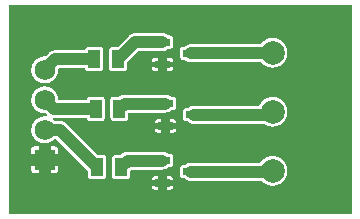
<source format=gtl>
G04 Layer: TopLayer*
G04 EasyEDA v6.4.7, 2020-10-21T08:40:06+11:00*
G04 167876914e964c2ea181e253bf9821b7,8b00c40d607e4de580d566db1ee26a9b,10*
G04 Gerber Generator version 0.2*
G04 Scale: 100 percent, Rotated: No, Reflected: No *
G04 Dimensions in millimeters *
G04 leading zeros omitted , absolute positions ,3 integer and 3 decimal *
%FSLAX33Y33*%
%MOMM*%
G90*
D02*

%ADD10C,0.999998*%
%ADD11R,0.999998X1.550010*%
%ADD13C,1.750060*%
%ADD14R,1.750060X1.750060*%
%ADD15C,1.999996*%

%LPD*%
G36*
G01X29997Y18669D02*
G01X1117Y18669D01*
G01X1103Y18667D01*
G01X1089Y18664D01*
G01X1075Y18659D01*
G01X1062Y18652D01*
G01X1051Y18644D01*
G01X1040Y18633D01*
G01X1032Y18622D01*
G01X1025Y18609D01*
G01X1020Y18595D01*
G01X1017Y18581D01*
G01X1016Y18567D01*
G01X1016Y1117D01*
G01X1017Y1103D01*
G01X1020Y1089D01*
G01X1025Y1075D01*
G01X1032Y1062D01*
G01X1040Y1051D01*
G01X1051Y1040D01*
G01X1062Y1032D01*
G01X1075Y1025D01*
G01X1089Y1020D01*
G01X1103Y1017D01*
G01X1117Y1016D01*
G01X29997Y1016D01*
G01X30011Y1017D01*
G01X30025Y1020D01*
G01X30039Y1025D01*
G01X30052Y1032D01*
G01X30063Y1040D01*
G01X30074Y1051D01*
G01X30082Y1062D01*
G01X30089Y1075D01*
G01X30094Y1089D01*
G01X30097Y1103D01*
G01X30099Y1117D01*
G01X30099Y18567D01*
G01X30097Y18581D01*
G01X30094Y18595D01*
G01X30089Y18609D01*
G01X30082Y18622D01*
G01X30074Y18633D01*
G01X30063Y18644D01*
G01X30052Y18652D01*
G01X30039Y18659D01*
G01X30025Y18664D01*
G01X30011Y18667D01*
G01X29997Y18669D01*
G37*

%LPC*%
G36*
G01X13652Y3408D02*
G01X13134Y3408D01*
G01X13134Y3321D01*
G01X13135Y3298D01*
G01X13138Y3275D01*
G01X13143Y3251D01*
G01X13151Y3229D01*
G01X13161Y3207D01*
G01X13172Y3187D01*
G01X13186Y3167D01*
G01X13201Y3149D01*
G01X13218Y3132D01*
G01X13235Y3117D01*
G01X13255Y3103D01*
G01X13276Y3092D01*
G01X13297Y3082D01*
G01X13320Y3075D01*
G01X13343Y3069D01*
G01X13367Y3066D01*
G01X13390Y3065D01*
G01X13652Y3065D01*
G01X13652Y3408D01*
G37*
G36*
G01X14947Y3408D02*
G01X14429Y3408D01*
G01X14429Y3065D01*
G01X14690Y3065D01*
G01X14714Y3066D01*
G01X14738Y3069D01*
G01X14760Y3075D01*
G01X14783Y3082D01*
G01X14805Y3092D01*
G01X14825Y3103D01*
G01X14845Y3117D01*
G01X14863Y3132D01*
G01X14880Y3149D01*
G01X14895Y3167D01*
G01X14908Y3187D01*
G01X14920Y3207D01*
G01X14930Y3229D01*
G01X14937Y3251D01*
G01X14942Y3275D01*
G01X14946Y3298D01*
G01X14947Y3321D01*
G01X14947Y3408D01*
G37*
G36*
G01X23419Y5912D02*
G01X23368Y5913D01*
G01X23318Y5912D01*
G01X23267Y5909D01*
G01X23217Y5904D01*
G01X23167Y5897D01*
G01X23117Y5888D01*
G01X23068Y5877D01*
G01X23019Y5864D01*
G01X22971Y5849D01*
G01X22924Y5832D01*
G01X22876Y5813D01*
G01X22831Y5792D01*
G01X22785Y5769D01*
G01X22741Y5745D01*
G01X22697Y5719D01*
G01X22655Y5691D01*
G01X22614Y5662D01*
G01X22575Y5631D01*
G01X22536Y5598D01*
G01X22499Y5564D01*
G01X22463Y5528D01*
G01X22429Y5491D01*
G01X22396Y5452D01*
G01X22365Y5413D01*
G01X22335Y5372D01*
G01X22325Y5359D01*
G01X22312Y5348D01*
G01X22299Y5340D01*
G01X22284Y5333D01*
G01X22268Y5329D01*
G01X22251Y5328D01*
G01X16440Y5328D01*
G01X16400Y5327D01*
G01X16359Y5324D01*
G01X16319Y5318D01*
G01X16279Y5311D01*
G01X16240Y5301D01*
G01X16201Y5289D01*
G01X16163Y5276D01*
G01X16089Y5242D01*
G01X16054Y5222D01*
G01X16020Y5200D01*
G01X15987Y5177D01*
G01X15955Y5152D01*
G01X15941Y5141D01*
G01X15924Y5134D01*
G01X15908Y5130D01*
G01X15890Y5128D01*
G01X15790Y5128D01*
G01X15767Y5127D01*
G01X15743Y5124D01*
G01X15720Y5118D01*
G01X15698Y5110D01*
G01X15676Y5101D01*
G01X15655Y5090D01*
G01X15636Y5076D01*
G01X15617Y5061D01*
G01X15601Y5044D01*
G01X15585Y5026D01*
G01X15572Y5006D01*
G01X15561Y4986D01*
G01X15551Y4964D01*
G01X15543Y4942D01*
G01X15538Y4918D01*
G01X15535Y4895D01*
G01X15534Y4872D01*
G01X15534Y4271D01*
G01X15535Y4248D01*
G01X15538Y4225D01*
G01X15543Y4201D01*
G01X15551Y4179D01*
G01X15561Y4157D01*
G01X15572Y4137D01*
G01X15585Y4117D01*
G01X15601Y4099D01*
G01X15617Y4082D01*
G01X15636Y4067D01*
G01X15655Y4053D01*
G01X15676Y4042D01*
G01X15698Y4033D01*
G01X15720Y4025D01*
G01X15743Y4019D01*
G01X15767Y4016D01*
G01X15790Y4015D01*
G01X15890Y4015D01*
G01X15907Y4013D01*
G01X15924Y4009D01*
G01X15940Y4002D01*
G01X15955Y3991D01*
G01X15987Y3966D01*
G01X16020Y3943D01*
G01X16054Y3921D01*
G01X16089Y3901D01*
G01X16126Y3883D01*
G01X16163Y3867D01*
G01X16201Y3854D01*
G01X16240Y3842D01*
G01X16279Y3832D01*
G01X16319Y3825D01*
G01X16359Y3819D01*
G01X16400Y3816D01*
G01X16440Y3815D01*
G01X22391Y3815D01*
G01X22407Y3814D01*
G01X22423Y3810D01*
G01X22438Y3803D01*
G01X22452Y3795D01*
G01X22464Y3784D01*
G01X22502Y3747D01*
G01X22541Y3710D01*
G01X22582Y3676D01*
G01X22624Y3644D01*
G01X22667Y3613D01*
G01X22712Y3585D01*
G01X22758Y3558D01*
G01X22805Y3533D01*
G01X22853Y3511D01*
G01X22902Y3490D01*
G01X22951Y3471D01*
G01X23002Y3454D01*
G01X23053Y3440D01*
G01X23105Y3428D01*
G01X23157Y3418D01*
G01X23210Y3410D01*
G01X23262Y3405D01*
G01X23315Y3401D01*
G01X23368Y3400D01*
G01X23419Y3401D01*
G01X23470Y3404D01*
G01X23520Y3409D01*
G01X23570Y3416D01*
G01X23619Y3425D01*
G01X23669Y3437D01*
G01X23718Y3450D01*
G01X23766Y3465D01*
G01X23814Y3482D01*
G01X23861Y3501D01*
G01X23907Y3521D01*
G01X23952Y3544D01*
G01X23996Y3568D01*
G01X24040Y3595D01*
G01X24082Y3623D01*
G01X24123Y3652D01*
G01X24163Y3683D01*
G01X24202Y3716D01*
G01X24239Y3751D01*
G01X24274Y3786D01*
G01X24309Y3823D01*
G01X24341Y3862D01*
G01X24373Y3902D01*
G01X24402Y3943D01*
G01X24430Y3985D01*
G01X24457Y4028D01*
G01X24481Y4073D01*
G01X24503Y4118D01*
G01X24524Y4164D01*
G01X24543Y4211D01*
G01X24560Y4259D01*
G01X24575Y4307D01*
G01X24588Y4356D01*
G01X24599Y4405D01*
G01X24609Y4455D01*
G01X24616Y4505D01*
G01X24621Y4555D01*
G01X24624Y4606D01*
G01X24625Y4656D01*
G01X24624Y4707D01*
G01X24621Y4757D01*
G01X24616Y4808D01*
G01X24609Y4858D01*
G01X24599Y4908D01*
G01X24588Y4957D01*
G01X24575Y5006D01*
G01X24560Y5055D01*
G01X24543Y5102D01*
G01X24524Y5149D01*
G01X24503Y5195D01*
G01X24481Y5241D01*
G01X24457Y5285D01*
G01X24430Y5328D01*
G01X24402Y5371D01*
G01X24373Y5411D01*
G01X24341Y5451D01*
G01X24309Y5490D01*
G01X24274Y5527D01*
G01X24239Y5563D01*
G01X24202Y5597D01*
G01X24163Y5630D01*
G01X24123Y5661D01*
G01X24082Y5691D01*
G01X24040Y5719D01*
G01X23996Y5745D01*
G01X23952Y5769D01*
G01X23907Y5792D01*
G01X23861Y5813D01*
G01X23814Y5831D01*
G01X23766Y5849D01*
G01X23718Y5863D01*
G01X23669Y5877D01*
G01X23619Y5888D01*
G01X23570Y5897D01*
G01X23520Y5904D01*
G01X23470Y5909D01*
G01X23419Y5912D01*
G37*
G36*
G01X13652Y4178D02*
G01X13390Y4178D01*
G01X13367Y4177D01*
G01X13343Y4174D01*
G01X13320Y4168D01*
G01X13297Y4161D01*
G01X13276Y4151D01*
G01X13255Y4140D01*
G01X13235Y4126D01*
G01X13218Y4111D01*
G01X13201Y4094D01*
G01X13186Y4076D01*
G01X13172Y4056D01*
G01X13161Y4036D01*
G01X13151Y4014D01*
G01X13143Y3992D01*
G01X13138Y3969D01*
G01X13135Y3945D01*
G01X13134Y3921D01*
G01X13134Y3835D01*
G01X13652Y3835D01*
G01X13652Y4178D01*
G37*
G36*
G01X14690Y4178D02*
G01X14429Y4178D01*
G01X14429Y3835D01*
G01X14947Y3835D01*
G01X14947Y3921D01*
G01X14946Y3945D01*
G01X14942Y3969D01*
G01X14937Y3992D01*
G01X14930Y4014D01*
G01X14920Y4036D01*
G01X14908Y4056D01*
G01X14895Y4076D01*
G01X14880Y4094D01*
G01X14863Y4111D01*
G01X14845Y4126D01*
G01X14825Y4140D01*
G01X14805Y4151D01*
G01X14783Y4161D01*
G01X14760Y4168D01*
G01X14738Y4174D01*
G01X14714Y4177D01*
G01X14690Y4178D01*
G37*
G36*
G01X14040Y6278D02*
G01X11094Y6278D01*
G01X11055Y6277D01*
G01X11015Y6274D01*
G01X10976Y6269D01*
G01X10937Y6262D01*
G01X10898Y6252D01*
G01X10861Y6241D01*
G01X10823Y6228D01*
G01X10786Y6212D01*
G01X10751Y6196D01*
G01X10716Y6177D01*
G01X10682Y6156D01*
G01X10650Y6134D01*
G01X10618Y6109D01*
G01X10588Y6084D01*
G01X10559Y6056D01*
G01X10517Y6014D01*
G01X10504Y6004D01*
G01X10491Y5995D01*
G01X10476Y5989D01*
G01X10461Y5985D01*
G01X10445Y5984D01*
G01X10024Y5984D01*
G01X10001Y5983D01*
G01X9977Y5980D01*
G01X9954Y5974D01*
G01X9932Y5966D01*
G01X9910Y5957D01*
G01X9889Y5946D01*
G01X9870Y5932D01*
G01X9852Y5917D01*
G01X9835Y5900D01*
G01X9820Y5882D01*
G01X9806Y5862D01*
G01X9795Y5842D01*
G01X9785Y5820D01*
G01X9778Y5798D01*
G01X9772Y5774D01*
G01X9769Y5751D01*
G01X9768Y5728D01*
G01X9768Y4177D01*
G01X9769Y4154D01*
G01X9772Y4131D01*
G01X9778Y4107D01*
G01X9785Y4085D01*
G01X9795Y4063D01*
G01X9806Y4043D01*
G01X9820Y4023D01*
G01X9835Y4005D01*
G01X9852Y3988D01*
G01X9870Y3973D01*
G01X9889Y3959D01*
G01X9910Y3948D01*
G01X9932Y3939D01*
G01X9954Y3931D01*
G01X9977Y3925D01*
G01X10001Y3922D01*
G01X10024Y3921D01*
G01X11025Y3921D01*
G01X11048Y3922D01*
G01X11072Y3925D01*
G01X11095Y3931D01*
G01X11117Y3939D01*
G01X11139Y3948D01*
G01X11160Y3959D01*
G01X11179Y3973D01*
G01X11197Y3988D01*
G01X11214Y4005D01*
G01X11229Y4023D01*
G01X11243Y4043D01*
G01X11254Y4063D01*
G01X11264Y4085D01*
G01X11271Y4107D01*
G01X11277Y4131D01*
G01X11280Y4154D01*
G01X11281Y4177D01*
G01X11281Y4596D01*
G01X11282Y4612D01*
G01X11286Y4628D01*
G01X11292Y4643D01*
G01X11300Y4656D01*
G01X11311Y4668D01*
G01X11378Y4735D01*
G01X11390Y4745D01*
G01X11404Y4754D01*
G01X11418Y4760D01*
G01X11434Y4764D01*
G01X11450Y4765D01*
G01X14040Y4765D01*
G01X14081Y4766D01*
G01X14121Y4769D01*
G01X14162Y4775D01*
G01X14201Y4782D01*
G01X14241Y4792D01*
G01X14279Y4804D01*
G01X14317Y4817D01*
G01X14355Y4833D01*
G01X14391Y4851D01*
G01X14427Y4871D01*
G01X14461Y4893D01*
G01X14494Y4916D01*
G01X14526Y4941D01*
G01X14540Y4951D01*
G01X14556Y4959D01*
G01X14574Y4963D01*
G01X14591Y4965D01*
G01X14690Y4965D01*
G01X14714Y4966D01*
G01X14738Y4969D01*
G01X14760Y4975D01*
G01X14783Y4982D01*
G01X14805Y4992D01*
G01X14825Y5003D01*
G01X14845Y5017D01*
G01X14863Y5032D01*
G01X14880Y5049D01*
G01X14895Y5067D01*
G01X14908Y5087D01*
G01X14920Y5107D01*
G01X14930Y5129D01*
G01X14937Y5151D01*
G01X14942Y5174D01*
G01X14946Y5198D01*
G01X14947Y5222D01*
G01X14947Y5822D01*
G01X14946Y5845D01*
G01X14942Y5868D01*
G01X14937Y5892D01*
G01X14930Y5914D01*
G01X14920Y5936D01*
G01X14908Y5956D01*
G01X14895Y5976D01*
G01X14880Y5994D01*
G01X14863Y6011D01*
G01X14845Y6026D01*
G01X14825Y6040D01*
G01X14805Y6051D01*
G01X14783Y6061D01*
G01X14760Y6068D01*
G01X14738Y6074D01*
G01X14714Y6077D01*
G01X14690Y6078D01*
G01X14591Y6078D01*
G01X14573Y6080D01*
G01X14556Y6084D01*
G01X14540Y6091D01*
G01X14526Y6102D01*
G01X14494Y6127D01*
G01X14461Y6150D01*
G01X14426Y6172D01*
G01X14391Y6192D01*
G01X14355Y6209D01*
G01X14317Y6226D01*
G01X14279Y6239D01*
G01X14240Y6251D01*
G01X14201Y6261D01*
G01X14162Y6268D01*
G01X14121Y6274D01*
G01X14081Y6277D01*
G01X14040Y6278D01*
G37*
G36*
G01X4112Y11798D02*
G01X4065Y11799D01*
G01X4016Y11798D01*
G01X3969Y11795D01*
G01X3921Y11790D01*
G01X3873Y11783D01*
G01X3826Y11774D01*
G01X3779Y11763D01*
G01X3733Y11750D01*
G01X3687Y11734D01*
G01X3642Y11718D01*
G01X3598Y11699D01*
G01X3555Y11678D01*
G01X3512Y11656D01*
G01X3471Y11631D01*
G01X3431Y11605D01*
G01X3391Y11577D01*
G01X3353Y11548D01*
G01X3317Y11517D01*
G01X3281Y11484D01*
G01X3247Y11450D01*
G01X3215Y11415D01*
G01X3184Y11378D01*
G01X3155Y11341D01*
G01X3127Y11301D01*
G01X3101Y11261D01*
G01X3076Y11219D01*
G01X3054Y11177D01*
G01X3033Y11134D01*
G01X3014Y11090D01*
G01X2997Y11044D01*
G01X2982Y10999D01*
G01X2969Y10952D01*
G01X2958Y10906D01*
G01X2949Y10859D01*
G01X2942Y10811D01*
G01X2937Y10764D01*
G01X2934Y10716D01*
G01X2933Y10668D01*
G01X2934Y10619D01*
G01X2937Y10571D01*
G01X2942Y10524D01*
G01X2949Y10476D01*
G01X2958Y10429D01*
G01X2969Y10383D01*
G01X2982Y10336D01*
G01X2997Y10291D01*
G01X3014Y10245D01*
G01X3033Y10201D01*
G01X3054Y10158D01*
G01X3076Y10116D01*
G01X3101Y10074D01*
G01X3127Y10034D01*
G01X3155Y9994D01*
G01X3184Y9957D01*
G01X3215Y9920D01*
G01X3247Y9885D01*
G01X3281Y9851D01*
G01X3317Y9818D01*
G01X3353Y9787D01*
G01X3391Y9758D01*
G01X3431Y9730D01*
G01X3471Y9704D01*
G01X3512Y9679D01*
G01X3555Y9657D01*
G01X3598Y9636D01*
G01X3642Y9617D01*
G01X3687Y9601D01*
G01X3733Y9585D01*
G01X3779Y9572D01*
G01X3826Y9561D01*
G01X3873Y9552D01*
G01X3921Y9545D01*
G01X3969Y9540D01*
G01X4016Y9537D01*
G01X4065Y9536D01*
G01X4084Y9536D01*
G01X4100Y9535D01*
G01X4115Y9531D01*
G01X4130Y9525D01*
G01X4143Y9517D01*
G01X4155Y9506D01*
G01X4233Y9428D01*
G01X4243Y9417D01*
G01X4252Y9403D01*
G01X4258Y9388D01*
G01X4262Y9373D01*
G01X4263Y9357D01*
G01X4262Y9343D01*
G01X4259Y9328D01*
G01X4247Y9302D01*
G01X4238Y9290D01*
G01X4228Y9280D01*
G01X4204Y9264D01*
G01X4190Y9259D01*
G01X4176Y9256D01*
G01X4162Y9255D01*
G01X4153Y9256D01*
G01X4065Y9259D01*
G01X4016Y9258D01*
G01X3969Y9255D01*
G01X3921Y9250D01*
G01X3873Y9243D01*
G01X3826Y9234D01*
G01X3779Y9223D01*
G01X3733Y9210D01*
G01X3687Y9194D01*
G01X3642Y9178D01*
G01X3598Y9159D01*
G01X3555Y9138D01*
G01X3512Y9116D01*
G01X3471Y9091D01*
G01X3431Y9065D01*
G01X3391Y9037D01*
G01X3353Y9008D01*
G01X3317Y8977D01*
G01X3281Y8944D01*
G01X3247Y8910D01*
G01X3215Y8875D01*
G01X3184Y8838D01*
G01X3155Y8801D01*
G01X3127Y8761D01*
G01X3101Y8721D01*
G01X3076Y8679D01*
G01X3054Y8637D01*
G01X3033Y8594D01*
G01X3014Y8550D01*
G01X2997Y8504D01*
G01X2982Y8459D01*
G01X2969Y8412D01*
G01X2958Y8366D01*
G01X2949Y8319D01*
G01X2942Y8271D01*
G01X2937Y8224D01*
G01X2934Y8176D01*
G01X2933Y8128D01*
G01X2934Y8079D01*
G01X2937Y8031D01*
G01X2942Y7984D01*
G01X2949Y7936D01*
G01X2958Y7889D01*
G01X2969Y7843D01*
G01X2982Y7796D01*
G01X2997Y7751D01*
G01X3014Y7705D01*
G01X3033Y7661D01*
G01X3054Y7618D01*
G01X3076Y7576D01*
G01X3101Y7534D01*
G01X3127Y7494D01*
G01X3155Y7454D01*
G01X3184Y7417D01*
G01X3215Y7380D01*
G01X3247Y7345D01*
G01X3281Y7311D01*
G01X3317Y7278D01*
G01X3353Y7247D01*
G01X3391Y7218D01*
G01X3431Y7190D01*
G01X3471Y7164D01*
G01X3512Y7139D01*
G01X3555Y7117D01*
G01X3598Y7096D01*
G01X3642Y7077D01*
G01X3687Y7061D01*
G01X3733Y7045D01*
G01X3779Y7032D01*
G01X3826Y7021D01*
G01X3873Y7012D01*
G01X3921Y7005D01*
G01X3969Y7000D01*
G01X4016Y6997D01*
G01X4065Y6996D01*
G01X4115Y6997D01*
G01X4165Y7000D01*
G01X4215Y7006D01*
G01X4265Y7014D01*
G01X4314Y7024D01*
G01X4363Y7036D01*
G01X4411Y7051D01*
G01X4459Y7067D01*
G01X4505Y7086D01*
G01X4552Y7106D01*
G01X4596Y7129D01*
G01X4640Y7154D01*
G01X4683Y7180D01*
G01X4724Y7209D01*
G01X4765Y7239D01*
G01X4804Y7271D01*
G01X4841Y7305D01*
G01X4877Y7340D01*
G01X4889Y7351D01*
G01X4903Y7359D01*
G01X4918Y7366D01*
G01X4934Y7370D01*
G01X4950Y7371D01*
G01X4995Y7371D01*
G01X5011Y7370D01*
G01X5026Y7366D01*
G01X5041Y7360D01*
G01X5055Y7352D01*
G01X5067Y7341D01*
G01X7738Y4670D01*
G01X7749Y4657D01*
G01X7757Y4644D01*
G01X7763Y4629D01*
G01X7767Y4614D01*
G01X7768Y4598D01*
G01X7768Y4177D01*
G01X7769Y4154D01*
G01X7772Y4131D01*
G01X7778Y4107D01*
G01X7785Y4085D01*
G01X7795Y4063D01*
G01X7806Y4043D01*
G01X7820Y4023D01*
G01X7835Y4005D01*
G01X7852Y3988D01*
G01X7870Y3973D01*
G01X7889Y3959D01*
G01X7910Y3948D01*
G01X7932Y3939D01*
G01X7954Y3931D01*
G01X7977Y3925D01*
G01X8001Y3922D01*
G01X8024Y3921D01*
G01X9025Y3921D01*
G01X9048Y3922D01*
G01X9072Y3925D01*
G01X9095Y3931D01*
G01X9117Y3939D01*
G01X9139Y3948D01*
G01X9160Y3959D01*
G01X9179Y3973D01*
G01X9197Y3988D01*
G01X9214Y4005D01*
G01X9229Y4023D01*
G01X9243Y4043D01*
G01X9254Y4063D01*
G01X9264Y4085D01*
G01X9271Y4107D01*
G01X9277Y4131D01*
G01X9280Y4154D01*
G01X9281Y4177D01*
G01X9281Y4920D01*
G01X9282Y4953D01*
G01X9281Y4985D01*
G01X9281Y5728D01*
G01X9280Y5751D01*
G01X9277Y5774D01*
G01X9271Y5798D01*
G01X9264Y5820D01*
G01X9254Y5842D01*
G01X9243Y5862D01*
G01X9229Y5882D01*
G01X9214Y5900D01*
G01X9197Y5917D01*
G01X9179Y5932D01*
G01X9160Y5946D01*
G01X9139Y5957D01*
G01X9117Y5966D01*
G01X9095Y5974D01*
G01X9072Y5980D01*
G01X9048Y5983D01*
G01X9025Y5984D01*
G01X8606Y5984D01*
G01X8590Y5985D01*
G01X8575Y5989D01*
G01X8560Y5995D01*
G01X8546Y6004D01*
G01X8534Y6014D01*
G01X5885Y8662D01*
G01X5857Y8690D01*
G01X5795Y8740D01*
G01X5762Y8762D01*
G01X5729Y8783D01*
G01X5694Y8802D01*
G01X5622Y8834D01*
G01X5584Y8847D01*
G01X5546Y8859D01*
G01X5508Y8868D01*
G01X5469Y8875D01*
G01X5430Y8880D01*
G01X5390Y8883D01*
G01X5350Y8884D01*
G01X4950Y8884D01*
G01X4934Y8885D01*
G01X4918Y8889D01*
G01X4903Y8896D01*
G01X4889Y8904D01*
G01X4877Y8915D01*
G01X4818Y8972D01*
G01X4806Y8984D01*
G01X4797Y8998D01*
G01X4790Y9014D01*
G01X4785Y9030D01*
G01X4784Y9047D01*
G01X4785Y9062D01*
G01X4788Y9076D01*
G01X4793Y9090D01*
G01X4800Y9102D01*
G01X4809Y9114D01*
G01X4819Y9124D01*
G01X4831Y9133D01*
G01X4843Y9140D01*
G01X4857Y9145D01*
G01X4871Y9148D01*
G01X4885Y9149D01*
G01X7550Y9149D01*
G01X7565Y9148D01*
G01X7580Y9145D01*
G01X7594Y9139D01*
G01X7607Y9131D01*
G01X7618Y9122D01*
G01X7629Y9111D01*
G01X7637Y9099D01*
G01X7644Y9085D01*
G01X7649Y9071D01*
G01X7655Y9049D01*
G01X7663Y9028D01*
G01X7673Y9007D01*
G01X7685Y8988D01*
G01X7699Y8969D01*
G01X7714Y8952D01*
G01X7730Y8936D01*
G01X7749Y8922D01*
G01X7767Y8910D01*
G01X7788Y8899D01*
G01X7809Y8890D01*
G01X7830Y8883D01*
G01X7853Y8878D01*
G01X7876Y8875D01*
G01X7898Y8874D01*
G01X8898Y8874D01*
G01X8922Y8875D01*
G01X8945Y8878D01*
G01X8968Y8884D01*
G01X8991Y8892D01*
G01X9012Y8901D01*
G01X9033Y8912D01*
G01X9053Y8926D01*
G01X9071Y8941D01*
G01X9088Y8958D01*
G01X9103Y8976D01*
G01X9117Y8996D01*
G01X9128Y9016D01*
G01X9137Y9038D01*
G01X9145Y9060D01*
G01X9151Y9084D01*
G01X9154Y9107D01*
G01X9155Y9130D01*
G01X9155Y10681D01*
G01X9154Y10704D01*
G01X9151Y10727D01*
G01X9145Y10751D01*
G01X9137Y10773D01*
G01X9128Y10795D01*
G01X9117Y10815D01*
G01X9103Y10835D01*
G01X9088Y10853D01*
G01X9071Y10870D01*
G01X9053Y10885D01*
G01X9033Y10899D01*
G01X9012Y10910D01*
G01X8991Y10919D01*
G01X8968Y10927D01*
G01X8945Y10933D01*
G01X8922Y10936D01*
G01X8898Y10937D01*
G01X7898Y10937D01*
G01X7876Y10936D01*
G01X7853Y10933D01*
G01X7830Y10928D01*
G01X7809Y10921D01*
G01X7788Y10912D01*
G01X7767Y10901D01*
G01X7749Y10889D01*
G01X7730Y10875D01*
G01X7714Y10859D01*
G01X7699Y10842D01*
G01X7685Y10823D01*
G01X7673Y10804D01*
G01X7663Y10783D01*
G01X7655Y10762D01*
G01X7649Y10740D01*
G01X7644Y10726D01*
G01X7637Y10712D01*
G01X7629Y10700D01*
G01X7618Y10689D01*
G01X7607Y10680D01*
G01X7594Y10672D01*
G01X7580Y10666D01*
G01X7565Y10663D01*
G01X7550Y10662D01*
G01X5294Y10662D01*
G01X5279Y10663D01*
G01X5264Y10666D01*
G01X5250Y10672D01*
G01X5236Y10680D01*
G01X5225Y10689D01*
G01X5214Y10700D01*
G01X5206Y10713D01*
G01X5199Y10726D01*
G01X5195Y10741D01*
G01X5192Y10756D01*
G01X5188Y10804D01*
G01X5181Y10851D01*
G01X5172Y10899D01*
G01X5161Y10946D01*
G01X5148Y10993D01*
G01X5133Y11038D01*
G01X5117Y11084D01*
G01X5098Y11128D01*
G01X5077Y11172D01*
G01X5055Y11215D01*
G01X5031Y11256D01*
G01X5005Y11297D01*
G01X4977Y11337D01*
G01X4947Y11375D01*
G01X4916Y11412D01*
G01X4884Y11447D01*
G01X4850Y11482D01*
G01X4815Y11514D01*
G01X4778Y11546D01*
G01X4740Y11575D01*
G01X4701Y11603D01*
G01X4660Y11630D01*
G01X4618Y11654D01*
G01X4576Y11677D01*
G01X4532Y11698D01*
G01X4488Y11717D01*
G01X4443Y11734D01*
G01X4397Y11749D01*
G01X4351Y11762D01*
G01X4304Y11773D01*
G01X4257Y11783D01*
G01X4209Y11790D01*
G01X4161Y11795D01*
G01X4112Y11798D01*
G37*
G36*
G01X5195Y5085D02*
G01X4564Y5085D01*
G01X4564Y4455D01*
G01X4938Y4455D01*
G01X4962Y4456D01*
G01X4985Y4459D01*
G01X5008Y4464D01*
G01X5031Y4472D01*
G01X5053Y4482D01*
G01X5073Y4493D01*
G01X5093Y4506D01*
G01X5111Y4522D01*
G01X5128Y4538D01*
G01X5156Y4576D01*
G01X5168Y4597D01*
G01X5177Y4619D01*
G01X5185Y4641D01*
G01X5190Y4664D01*
G01X5193Y4687D01*
G01X5195Y4711D01*
G01X5195Y5085D01*
G37*
G36*
G01X3562Y5085D02*
G01X2932Y5085D01*
G01X2932Y4711D01*
G01X2931Y4711D01*
G01X2933Y4687D01*
G01X2936Y4664D01*
G01X2941Y4641D01*
G01X2949Y4619D01*
G01X2958Y4597D01*
G01X2970Y4576D01*
G01X2983Y4557D01*
G01X2998Y4538D01*
G01X3015Y4522D01*
G01X3033Y4506D01*
G01X3053Y4493D01*
G01X3073Y4482D01*
G01X3095Y4472D01*
G01X3118Y4464D01*
G01X3141Y4459D01*
G01X3164Y4456D01*
G01X3188Y4455D01*
G01X3562Y4455D01*
G01X3562Y5085D01*
G37*
G36*
G01X4938Y6718D02*
G01X4564Y6718D01*
G01X4564Y6087D01*
G01X5195Y6087D01*
G01X5195Y6461D01*
G01X5193Y6485D01*
G01X5190Y6509D01*
G01X5185Y6531D01*
G01X5177Y6554D01*
G01X5168Y6576D01*
G01X5156Y6596D01*
G01X5142Y6616D01*
G01X5128Y6634D01*
G01X5111Y6651D01*
G01X5093Y6666D01*
G01X5073Y6679D01*
G01X5053Y6691D01*
G01X5031Y6701D01*
G01X5008Y6708D01*
G01X4985Y6713D01*
G01X4962Y6717D01*
G01X4938Y6718D01*
G37*
G36*
G01X3562Y6718D02*
G01X3188Y6718D01*
G01X3164Y6717D01*
G01X3141Y6713D01*
G01X3118Y6708D01*
G01X3095Y6701D01*
G01X3073Y6691D01*
G01X3053Y6679D01*
G01X3033Y6666D01*
G01X3015Y6651D01*
G01X2998Y6634D01*
G01X2983Y6616D01*
G01X2970Y6596D01*
G01X2958Y6576D01*
G01X2949Y6554D01*
G01X2941Y6531D01*
G01X2936Y6509D01*
G01X2933Y6485D01*
G01X2931Y6461D01*
G01X2932Y6461D01*
G01X2932Y6087D01*
G01X3562Y6087D01*
G01X3562Y6718D01*
G37*
G36*
G01X13906Y8234D02*
G01X13388Y8234D01*
G01X13388Y8147D01*
G01X13389Y8124D01*
G01X13392Y8101D01*
G01X13397Y8077D01*
G01X13405Y8055D01*
G01X13415Y8033D01*
G01X13426Y8013D01*
G01X13440Y7993D01*
G01X13455Y7975D01*
G01X13472Y7958D01*
G01X13489Y7943D01*
G01X13509Y7929D01*
G01X13530Y7918D01*
G01X13551Y7908D01*
G01X13574Y7901D01*
G01X13597Y7895D01*
G01X13621Y7892D01*
G01X13644Y7891D01*
G01X13906Y7891D01*
G01X13906Y8234D01*
G37*
G36*
G01X15201Y8234D02*
G01X14683Y8234D01*
G01X14683Y7891D01*
G01X14944Y7891D01*
G01X14968Y7892D01*
G01X14992Y7895D01*
G01X15014Y7901D01*
G01X15037Y7908D01*
G01X15059Y7918D01*
G01X15079Y7929D01*
G01X15099Y7943D01*
G01X15117Y7958D01*
G01X15134Y7975D01*
G01X15149Y7993D01*
G01X15162Y8013D01*
G01X15174Y8033D01*
G01X15184Y8055D01*
G01X15191Y8077D01*
G01X15196Y8101D01*
G01X15200Y8124D01*
G01X15201Y8147D01*
G01X15201Y8234D01*
G37*
G36*
G01X23419Y10912D02*
G01X23368Y10913D01*
G01X23316Y10912D01*
G01X23265Y10909D01*
G01X23213Y10904D01*
G01X23162Y10896D01*
G01X23111Y10886D01*
G01X23060Y10875D01*
G01X23010Y10861D01*
G01X22961Y10845D01*
G01X22912Y10828D01*
G01X22865Y10808D01*
G01X22817Y10786D01*
G01X22771Y10762D01*
G01X22726Y10737D01*
G01X22682Y10709D01*
G01X22640Y10680D01*
G01X22598Y10649D01*
G01X22557Y10617D01*
G01X22481Y10547D01*
G01X22445Y10509D01*
G01X22411Y10470D01*
G01X22378Y10430D01*
G01X22347Y10389D01*
G01X22317Y10346D01*
G01X22290Y10302D01*
G01X22264Y10257D01*
G01X22241Y10211D01*
G01X22232Y10197D01*
G01X22222Y10184D01*
G01X22210Y10174D01*
G01X22196Y10166D01*
G01X22181Y10159D01*
G01X22166Y10155D01*
G01X22149Y10154D01*
G01X16694Y10154D01*
G01X16654Y10153D01*
G01X16613Y10150D01*
G01X16573Y10144D01*
G01X16533Y10137D01*
G01X16494Y10127D01*
G01X16455Y10115D01*
G01X16417Y10102D01*
G01X16343Y10068D01*
G01X16308Y10048D01*
G01X16274Y10026D01*
G01X16241Y10003D01*
G01X16209Y9978D01*
G01X16195Y9967D01*
G01X16178Y9960D01*
G01X16162Y9956D01*
G01X16144Y9954D01*
G01X16044Y9954D01*
G01X16021Y9953D01*
G01X15997Y9950D01*
G01X15974Y9944D01*
G01X15952Y9936D01*
G01X15930Y9927D01*
G01X15909Y9916D01*
G01X15890Y9902D01*
G01X15871Y9887D01*
G01X15855Y9870D01*
G01X15839Y9852D01*
G01X15826Y9832D01*
G01X15815Y9812D01*
G01X15805Y9790D01*
G01X15797Y9768D01*
G01X15792Y9744D01*
G01X15789Y9721D01*
G01X15788Y9698D01*
G01X15788Y9097D01*
G01X15789Y9074D01*
G01X15792Y9051D01*
G01X15797Y9027D01*
G01X15805Y9005D01*
G01X15815Y8983D01*
G01X15826Y8963D01*
G01X15839Y8943D01*
G01X15855Y8925D01*
G01X15871Y8908D01*
G01X15890Y8893D01*
G01X15909Y8879D01*
G01X15930Y8868D01*
G01X15952Y8859D01*
G01X15974Y8851D01*
G01X15997Y8845D01*
G01X16021Y8842D01*
G01X16044Y8841D01*
G01X16144Y8841D01*
G01X16161Y8839D01*
G01X16178Y8835D01*
G01X16194Y8828D01*
G01X16209Y8817D01*
G01X16241Y8792D01*
G01X16274Y8769D01*
G01X16308Y8747D01*
G01X16343Y8727D01*
G01X16380Y8709D01*
G01X16417Y8693D01*
G01X16455Y8680D01*
G01X16494Y8668D01*
G01X16533Y8658D01*
G01X16573Y8651D01*
G01X16613Y8645D01*
G01X16654Y8642D01*
G01X16694Y8641D01*
G01X22596Y8641D01*
G01X22612Y8640D01*
G01X22626Y8637D01*
G01X22641Y8630D01*
G01X22654Y8623D01*
G01X22696Y8595D01*
G01X22740Y8569D01*
G01X22784Y8544D01*
G01X22829Y8522D01*
G01X22875Y8501D01*
G01X22922Y8482D01*
G01X22970Y8465D01*
G01X23019Y8450D01*
G01X23067Y8437D01*
G01X23117Y8426D01*
G01X23166Y8417D01*
G01X23217Y8409D01*
G01X23267Y8404D01*
G01X23318Y8401D01*
G01X23369Y8400D01*
G01X23419Y8401D01*
G01X23470Y8404D01*
G01X23520Y8409D01*
G01X23570Y8417D01*
G01X23619Y8425D01*
G01X23669Y8436D01*
G01X23718Y8450D01*
G01X23766Y8465D01*
G01X23814Y8482D01*
G01X23861Y8500D01*
G01X23907Y8521D01*
G01X23952Y8544D01*
G01X23996Y8568D01*
G01X24040Y8594D01*
G01X24082Y8622D01*
G01X24123Y8652D01*
G01X24163Y8683D01*
G01X24202Y8716D01*
G01X24239Y8750D01*
G01X24274Y8786D01*
G01X24309Y8823D01*
G01X24341Y8862D01*
G01X24373Y8902D01*
G01X24402Y8943D01*
G01X24430Y8985D01*
G01X24457Y9028D01*
G01X24481Y9073D01*
G01X24503Y9118D01*
G01X24524Y9164D01*
G01X24543Y9211D01*
G01X24560Y9259D01*
G01X24575Y9307D01*
G01X24588Y9356D01*
G01X24599Y9405D01*
G01X24609Y9455D01*
G01X24616Y9505D01*
G01X24621Y9555D01*
G01X24624Y9606D01*
G01X24625Y9657D01*
G01X24624Y9707D01*
G01X24621Y9758D01*
G01X24616Y9808D01*
G01X24609Y9858D01*
G01X24599Y9908D01*
G01X24588Y9957D01*
G01X24575Y10006D01*
G01X24560Y10054D01*
G01X24543Y10102D01*
G01X24524Y10149D01*
G01X24503Y10195D01*
G01X24481Y10240D01*
G01X24457Y10285D01*
G01X24430Y10328D01*
G01X24402Y10370D01*
G01X24373Y10411D01*
G01X24341Y10451D01*
G01X24309Y10490D01*
G01X24274Y10527D01*
G01X24239Y10563D01*
G01X24202Y10597D01*
G01X24163Y10630D01*
G01X24123Y10661D01*
G01X24082Y10691D01*
G01X24040Y10719D01*
G01X23996Y10745D01*
G01X23952Y10769D01*
G01X23907Y10792D01*
G01X23861Y10813D01*
G01X23814Y10832D01*
G01X23718Y10864D01*
G01X23669Y10877D01*
G01X23619Y10888D01*
G01X23570Y10897D01*
G01X23520Y10904D01*
G01X23470Y10909D01*
G01X23419Y10912D01*
G37*
G36*
G01X14944Y9004D02*
G01X14683Y9004D01*
G01X14683Y8661D01*
G01X15201Y8661D01*
G01X15201Y8747D01*
G01X15200Y8771D01*
G01X15196Y8795D01*
G01X15191Y8818D01*
G01X15184Y8840D01*
G01X15174Y8862D01*
G01X15162Y8882D01*
G01X15149Y8902D01*
G01X15134Y8920D01*
G01X15117Y8937D01*
G01X15099Y8952D01*
G01X15079Y8966D01*
G01X15059Y8977D01*
G01X15037Y8987D01*
G01X15014Y8994D01*
G01X14992Y9000D01*
G01X14968Y9003D01*
G01X14944Y9004D01*
G37*
G36*
G01X13906Y9004D02*
G01X13644Y9004D01*
G01X13621Y9003D01*
G01X13597Y9000D01*
G01X13574Y8994D01*
G01X13551Y8987D01*
G01X13530Y8977D01*
G01X13509Y8966D01*
G01X13489Y8952D01*
G01X13472Y8937D01*
G01X13455Y8920D01*
G01X13440Y8902D01*
G01X13426Y8882D01*
G01X13415Y8862D01*
G01X13405Y8840D01*
G01X13397Y8818D01*
G01X13392Y8795D01*
G01X13389Y8771D01*
G01X13388Y8747D01*
G01X13388Y8661D01*
G01X13906Y8661D01*
G01X13906Y9004D01*
G37*
G36*
G01X14294Y11104D02*
G01X10840Y11104D01*
G01X10800Y11103D01*
G01X10760Y11100D01*
G01X10721Y11094D01*
G01X10681Y11087D01*
G01X10643Y11077D01*
G01X10605Y11066D01*
G01X10566Y11053D01*
G01X10530Y11037D01*
G01X10494Y11020D01*
G01X10459Y11001D01*
G01X10425Y10979D01*
G01X10392Y10957D01*
G01X10378Y10948D01*
G01X10363Y10942D01*
G01X10348Y10938D01*
G01X10332Y10937D01*
G01X9898Y10937D01*
G01X9875Y10936D01*
G01X9851Y10933D01*
G01X9828Y10927D01*
G01X9805Y10919D01*
G01X9784Y10910D01*
G01X9763Y10899D01*
G01X9743Y10885D01*
G01X9726Y10870D01*
G01X9709Y10853D01*
G01X9694Y10835D01*
G01X9680Y10815D01*
G01X9669Y10795D01*
G01X9659Y10773D01*
G01X9652Y10751D01*
G01X9646Y10727D01*
G01X9643Y10704D01*
G01X9642Y10681D01*
G01X9642Y9130D01*
G01X9643Y9107D01*
G01X9646Y9084D01*
G01X9652Y9060D01*
G01X9659Y9038D01*
G01X9669Y9016D01*
G01X9680Y8996D01*
G01X9694Y8976D01*
G01X9709Y8958D01*
G01X9726Y8941D01*
G01X9743Y8926D01*
G01X9763Y8912D01*
G01X9784Y8901D01*
G01X9805Y8892D01*
G01X9828Y8884D01*
G01X9851Y8878D01*
G01X9875Y8875D01*
G01X9898Y8874D01*
G01X10898Y8874D01*
G01X10922Y8875D01*
G01X10945Y8878D01*
G01X10968Y8884D01*
G01X10991Y8892D01*
G01X11012Y8901D01*
G01X11033Y8912D01*
G01X11053Y8926D01*
G01X11071Y8941D01*
G01X11088Y8958D01*
G01X11103Y8976D01*
G01X11117Y8996D01*
G01X11128Y9016D01*
G01X11137Y9038D01*
G01X11145Y9060D01*
G01X11151Y9084D01*
G01X11154Y9107D01*
G01X11155Y9130D01*
G01X11155Y9489D01*
G01X11156Y9504D01*
G01X11159Y9518D01*
G01X11164Y9532D01*
G01X11171Y9544D01*
G01X11180Y9556D01*
G01X11190Y9566D01*
G01X11201Y9575D01*
G01X11214Y9582D01*
G01X11242Y9590D01*
G01X11256Y9591D01*
G01X14294Y9591D01*
G01X14335Y9592D01*
G01X14375Y9595D01*
G01X14416Y9601D01*
G01X14455Y9608D01*
G01X14495Y9618D01*
G01X14533Y9630D01*
G01X14571Y9643D01*
G01X14609Y9659D01*
G01X14645Y9677D01*
G01X14681Y9697D01*
G01X14715Y9719D01*
G01X14748Y9742D01*
G01X14780Y9767D01*
G01X14794Y9777D01*
G01X14810Y9785D01*
G01X14828Y9789D01*
G01X14845Y9791D01*
G01X14944Y9791D01*
G01X14968Y9792D01*
G01X14992Y9795D01*
G01X15014Y9801D01*
G01X15037Y9808D01*
G01X15059Y9818D01*
G01X15079Y9829D01*
G01X15099Y9843D01*
G01X15117Y9858D01*
G01X15134Y9875D01*
G01X15149Y9893D01*
G01X15162Y9913D01*
G01X15174Y9933D01*
G01X15184Y9955D01*
G01X15191Y9977D01*
G01X15196Y10000D01*
G01X15200Y10024D01*
G01X15201Y10048D01*
G01X15201Y10648D01*
G01X15200Y10671D01*
G01X15196Y10694D01*
G01X15191Y10718D01*
G01X15184Y10740D01*
G01X15174Y10762D01*
G01X15162Y10782D01*
G01X15149Y10802D01*
G01X15134Y10820D01*
G01X15117Y10837D01*
G01X15099Y10852D01*
G01X15079Y10866D01*
G01X15059Y10877D01*
G01X15037Y10887D01*
G01X15014Y10894D01*
G01X14992Y10900D01*
G01X14968Y10903D01*
G01X14944Y10904D01*
G01X14845Y10904D01*
G01X14827Y10906D01*
G01X14810Y10910D01*
G01X14794Y10917D01*
G01X14780Y10928D01*
G01X14748Y10953D01*
G01X14715Y10976D01*
G01X14680Y10998D01*
G01X14645Y11018D01*
G01X14609Y11035D01*
G01X14571Y11052D01*
G01X14533Y11065D01*
G01X14494Y11077D01*
G01X14455Y11087D01*
G01X14416Y11094D01*
G01X14375Y11100D01*
G01X14335Y11103D01*
G01X14294Y11104D01*
G37*
G36*
G01X8771Y15128D02*
G01X7770Y15128D01*
G01X7748Y15127D01*
G01X7725Y15124D01*
G01X7703Y15119D01*
G01X7681Y15112D01*
G01X7660Y15103D01*
G01X7640Y15092D01*
G01X7621Y15080D01*
G01X7603Y15066D01*
G01X7586Y15050D01*
G01X7571Y15033D01*
G01X7545Y14995D01*
G01X7527Y14953D01*
G01X7521Y14931D01*
G01X7516Y14917D01*
G01X7510Y14903D01*
G01X7501Y14891D01*
G01X7491Y14880D01*
G01X7479Y14871D01*
G01X7466Y14863D01*
G01X7452Y14857D01*
G01X7437Y14854D01*
G01X7422Y14853D01*
G01X4954Y14853D01*
G01X4914Y14852D01*
G01X4874Y14849D01*
G01X4835Y14844D01*
G01X4796Y14837D01*
G01X4757Y14828D01*
G01X4719Y14816D01*
G01X4682Y14803D01*
G01X4610Y14771D01*
G01X4575Y14752D01*
G01X4541Y14731D01*
G01X4509Y14709D01*
G01X4477Y14684D01*
G01X4447Y14659D01*
G01X4418Y14631D01*
G01X4155Y14369D01*
G01X4143Y14358D01*
G01X4130Y14350D01*
G01X4115Y14344D01*
G01X4100Y14340D01*
G01X4084Y14339D01*
G01X4065Y14339D01*
G01X4016Y14338D01*
G01X3969Y14335D01*
G01X3921Y14330D01*
G01X3873Y14323D01*
G01X3826Y14314D01*
G01X3779Y14303D01*
G01X3733Y14290D01*
G01X3687Y14274D01*
G01X3642Y14258D01*
G01X3598Y14239D01*
G01X3555Y14218D01*
G01X3512Y14196D01*
G01X3471Y14171D01*
G01X3431Y14145D01*
G01X3391Y14117D01*
G01X3353Y14088D01*
G01X3317Y14057D01*
G01X3281Y14024D01*
G01X3247Y13990D01*
G01X3215Y13955D01*
G01X3184Y13918D01*
G01X3155Y13881D01*
G01X3127Y13841D01*
G01X3101Y13801D01*
G01X3076Y13759D01*
G01X3054Y13717D01*
G01X3033Y13674D01*
G01X3014Y13630D01*
G01X2997Y13584D01*
G01X2982Y13539D01*
G01X2969Y13492D01*
G01X2958Y13446D01*
G01X2949Y13399D01*
G01X2942Y13351D01*
G01X2937Y13304D01*
G01X2934Y13256D01*
G01X2933Y13208D01*
G01X2934Y13159D01*
G01X2937Y13111D01*
G01X2942Y13064D01*
G01X2949Y13016D01*
G01X2958Y12969D01*
G01X2969Y12923D01*
G01X2982Y12876D01*
G01X2997Y12831D01*
G01X3014Y12785D01*
G01X3033Y12741D01*
G01X3054Y12698D01*
G01X3076Y12656D01*
G01X3101Y12614D01*
G01X3127Y12574D01*
G01X3155Y12534D01*
G01X3184Y12497D01*
G01X3215Y12460D01*
G01X3247Y12425D01*
G01X3281Y12391D01*
G01X3317Y12358D01*
G01X3353Y12327D01*
G01X3391Y12298D01*
G01X3431Y12270D01*
G01X3471Y12244D01*
G01X3512Y12219D01*
G01X3555Y12197D01*
G01X3598Y12176D01*
G01X3642Y12157D01*
G01X3687Y12141D01*
G01X3733Y12125D01*
G01X3779Y12112D01*
G01X3826Y12101D01*
G01X3873Y12092D01*
G01X3921Y12085D01*
G01X3969Y12080D01*
G01X4016Y12077D01*
G01X4065Y12076D01*
G01X4112Y12077D01*
G01X4160Y12080D01*
G01X4208Y12085D01*
G01X4256Y12092D01*
G01X4303Y12101D01*
G01X4350Y12112D01*
G01X4396Y12125D01*
G01X4486Y12157D01*
G01X4530Y12176D01*
G01X4574Y12197D01*
G01X4616Y12219D01*
G01X4657Y12244D01*
G01X4698Y12270D01*
G01X4737Y12298D01*
G01X4775Y12327D01*
G01X4812Y12358D01*
G01X4847Y12391D01*
G01X4881Y12425D01*
G01X4914Y12460D01*
G01X4945Y12497D01*
G01X4974Y12534D01*
G01X5002Y12574D01*
G01X5028Y12614D01*
G01X5052Y12656D01*
G01X5074Y12698D01*
G01X5095Y12741D01*
G01X5114Y12785D01*
G01X5131Y12831D01*
G01X5146Y12876D01*
G01X5159Y12923D01*
G01X5170Y12969D01*
G01X5180Y13016D01*
G01X5187Y13064D01*
G01X5192Y13111D01*
G01X5195Y13159D01*
G01X5196Y13208D01*
G01X5196Y13227D01*
G01X5197Y13243D01*
G01X5200Y13258D01*
G01X5207Y13273D01*
G01X5215Y13287D01*
G01X5225Y13299D01*
G01X5249Y13321D01*
G01X5262Y13329D01*
G01X5277Y13335D01*
G01X5293Y13339D01*
G01X5309Y13340D01*
G01X7422Y13340D01*
G01X7437Y13339D01*
G01X7452Y13336D01*
G01X7466Y13330D01*
G01X7479Y13322D01*
G01X7491Y13313D01*
G01X7501Y13302D01*
G01X7510Y13290D01*
G01X7516Y13276D01*
G01X7521Y13262D01*
G01X7527Y13240D01*
G01X7545Y13198D01*
G01X7571Y13160D01*
G01X7586Y13143D01*
G01X7603Y13127D01*
G01X7621Y13113D01*
G01X7640Y13101D01*
G01X7660Y13090D01*
G01X7681Y13081D01*
G01X7703Y13074D01*
G01X7725Y13069D01*
G01X7748Y13066D01*
G01X7770Y13065D01*
G01X8771Y13065D01*
G01X8794Y13066D01*
G01X8818Y13069D01*
G01X8841Y13075D01*
G01X8863Y13083D01*
G01X8885Y13092D01*
G01X8906Y13103D01*
G01X8925Y13117D01*
G01X8943Y13132D01*
G01X8960Y13149D01*
G01X8975Y13167D01*
G01X8989Y13187D01*
G01X9000Y13207D01*
G01X9010Y13229D01*
G01X9017Y13251D01*
G01X9023Y13275D01*
G01X9026Y13298D01*
G01X9027Y13321D01*
G01X9027Y14064D01*
G01X9028Y14097D01*
G01X9027Y14129D01*
G01X9027Y14872D01*
G01X9026Y14895D01*
G01X9023Y14918D01*
G01X9017Y14942D01*
G01X9010Y14964D01*
G01X9000Y14986D01*
G01X8989Y15006D01*
G01X8975Y15026D01*
G01X8960Y15044D01*
G01X8943Y15061D01*
G01X8925Y15076D01*
G01X8906Y15090D01*
G01X8885Y15101D01*
G01X8863Y15110D01*
G01X8841Y15118D01*
G01X8818Y15124D01*
G01X8794Y15127D01*
G01X8771Y15128D01*
G37*
G36*
G01X14040Y16311D02*
G01X11729Y16311D01*
G01X11690Y16310D01*
G01X11650Y16307D01*
G01X11611Y16302D01*
G01X11572Y16295D01*
G01X11533Y16285D01*
G01X11496Y16274D01*
G01X11458Y16261D01*
G01X11421Y16245D01*
G01X11386Y16229D01*
G01X11351Y16210D01*
G01X11317Y16189D01*
G01X11285Y16167D01*
G01X11253Y16142D01*
G01X11223Y16117D01*
G01X11194Y16089D01*
G01X10263Y15158D01*
G01X10250Y15148D01*
G01X10237Y15139D01*
G01X10222Y15133D01*
G01X10207Y15129D01*
G01X10191Y15128D01*
G01X9770Y15128D01*
G01X9747Y15127D01*
G01X9723Y15124D01*
G01X9700Y15118D01*
G01X9678Y15110D01*
G01X9656Y15101D01*
G01X9635Y15090D01*
G01X9616Y15076D01*
G01X9598Y15061D01*
G01X9581Y15044D01*
G01X9566Y15026D01*
G01X9552Y15006D01*
G01X9541Y14986D01*
G01X9531Y14964D01*
G01X9524Y14942D01*
G01X9518Y14918D01*
G01X9515Y14895D01*
G01X9514Y14872D01*
G01X9514Y13321D01*
G01X9515Y13298D01*
G01X9518Y13275D01*
G01X9524Y13251D01*
G01X9531Y13229D01*
G01X9541Y13207D01*
G01X9552Y13187D01*
G01X9566Y13167D01*
G01X9581Y13149D01*
G01X9598Y13132D01*
G01X9616Y13117D01*
G01X9635Y13103D01*
G01X9656Y13092D01*
G01X9678Y13083D01*
G01X9700Y13075D01*
G01X9723Y13069D01*
G01X9747Y13066D01*
G01X9770Y13065D01*
G01X10771Y13065D01*
G01X10794Y13066D01*
G01X10818Y13069D01*
G01X10841Y13075D01*
G01X10863Y13083D01*
G01X10885Y13092D01*
G01X10906Y13103D01*
G01X10925Y13117D01*
G01X10943Y13132D01*
G01X10960Y13149D01*
G01X10975Y13167D01*
G01X10989Y13187D01*
G01X11000Y13207D01*
G01X11010Y13229D01*
G01X11017Y13251D01*
G01X11023Y13275D01*
G01X11026Y13298D01*
G01X11027Y13321D01*
G01X11027Y13740D01*
G01X11028Y13756D01*
G01X11032Y13772D01*
G01X11038Y13787D01*
G01X11046Y13800D01*
G01X11057Y13812D01*
G01X12013Y14768D01*
G01X12025Y14778D01*
G01X12039Y14787D01*
G01X12053Y14793D01*
G01X12069Y14797D01*
G01X12085Y14798D01*
G01X14040Y14798D01*
G01X14081Y14799D01*
G01X14121Y14802D01*
G01X14162Y14808D01*
G01X14201Y14815D01*
G01X14241Y14825D01*
G01X14279Y14837D01*
G01X14317Y14850D01*
G01X14355Y14866D01*
G01X14391Y14884D01*
G01X14427Y14904D01*
G01X14461Y14926D01*
G01X14494Y14949D01*
G01X14526Y14974D01*
G01X14540Y14984D01*
G01X14556Y14992D01*
G01X14574Y14996D01*
G01X14591Y14998D01*
G01X14690Y14998D01*
G01X14714Y14999D01*
G01X14738Y15002D01*
G01X14760Y15008D01*
G01X14783Y15015D01*
G01X14805Y15025D01*
G01X14825Y15036D01*
G01X14845Y15050D01*
G01X14863Y15065D01*
G01X14880Y15082D01*
G01X14895Y15100D01*
G01X14908Y15120D01*
G01X14920Y15140D01*
G01X14930Y15162D01*
G01X14937Y15184D01*
G01X14942Y15207D01*
G01X14946Y15231D01*
G01X14947Y15255D01*
G01X14947Y15855D01*
G01X14946Y15878D01*
G01X14942Y15901D01*
G01X14937Y15925D01*
G01X14930Y15947D01*
G01X14920Y15969D01*
G01X14908Y15989D01*
G01X14895Y16009D01*
G01X14880Y16027D01*
G01X14863Y16044D01*
G01X14845Y16059D01*
G01X14825Y16073D01*
G01X14805Y16084D01*
G01X14783Y16094D01*
G01X14760Y16101D01*
G01X14738Y16107D01*
G01X14714Y16110D01*
G01X14690Y16111D01*
G01X14591Y16111D01*
G01X14573Y16113D01*
G01X14556Y16117D01*
G01X14540Y16124D01*
G01X14526Y16135D01*
G01X14494Y16160D01*
G01X14461Y16183D01*
G01X14426Y16205D01*
G01X14391Y16225D01*
G01X14355Y16242D01*
G01X14317Y16259D01*
G01X14279Y16272D01*
G01X14240Y16284D01*
G01X14201Y16294D01*
G01X14162Y16301D01*
G01X14121Y16307D01*
G01X14081Y16310D01*
G01X14040Y16311D01*
G37*
G36*
G01X13652Y13441D02*
G01X13134Y13441D01*
G01X13134Y13354D01*
G01X13135Y13331D01*
G01X13138Y13308D01*
G01X13143Y13284D01*
G01X13151Y13262D01*
G01X13161Y13240D01*
G01X13172Y13220D01*
G01X13186Y13200D01*
G01X13201Y13182D01*
G01X13218Y13165D01*
G01X13235Y13150D01*
G01X13255Y13136D01*
G01X13276Y13125D01*
G01X13297Y13115D01*
G01X13320Y13108D01*
G01X13343Y13102D01*
G01X13367Y13099D01*
G01X13390Y13098D01*
G01X13652Y13098D01*
G01X13652Y13441D01*
G37*
G36*
G01X14947Y13441D02*
G01X14429Y13441D01*
G01X14429Y13098D01*
G01X14690Y13098D01*
G01X14714Y13099D01*
G01X14738Y13102D01*
G01X14760Y13108D01*
G01X14783Y13115D01*
G01X14805Y13125D01*
G01X14825Y13136D01*
G01X14845Y13150D01*
G01X14863Y13165D01*
G01X14880Y13182D01*
G01X14895Y13200D01*
G01X14908Y13220D01*
G01X14920Y13240D01*
G01X14930Y13262D01*
G01X14937Y13284D01*
G01X14942Y13308D01*
G01X14946Y13331D01*
G01X14947Y13354D01*
G01X14947Y13441D01*
G37*
G36*
G01X23419Y15912D02*
G01X23368Y15913D01*
G01X23317Y15912D01*
G01X23266Y15909D01*
G01X23215Y15904D01*
G01X23165Y15896D01*
G01X23115Y15887D01*
G01X23065Y15876D01*
G01X23015Y15862D01*
G01X22967Y15847D01*
G01X22918Y15830D01*
G01X22824Y15790D01*
G01X22779Y15766D01*
G01X22735Y15741D01*
G01X22691Y15715D01*
G01X22648Y15687D01*
G01X22607Y15657D01*
G01X22567Y15625D01*
G01X22528Y15591D01*
G01X22491Y15556D01*
G01X22455Y15520D01*
G01X22421Y15482D01*
G01X22388Y15443D01*
G01X22357Y15402D01*
G01X22346Y15390D01*
G01X22335Y15380D01*
G01X22321Y15372D01*
G01X22306Y15366D01*
G01X22291Y15362D01*
G01X22275Y15361D01*
G01X16440Y15361D01*
G01X16400Y15360D01*
G01X16359Y15357D01*
G01X16319Y15351D01*
G01X16279Y15344D01*
G01X16240Y15334D01*
G01X16201Y15322D01*
G01X16163Y15309D01*
G01X16089Y15275D01*
G01X16054Y15255D01*
G01X16020Y15233D01*
G01X15987Y15210D01*
G01X15955Y15185D01*
G01X15941Y15174D01*
G01X15924Y15167D01*
G01X15908Y15163D01*
G01X15890Y15161D01*
G01X15790Y15161D01*
G01X15767Y15160D01*
G01X15743Y15157D01*
G01X15720Y15151D01*
G01X15698Y15143D01*
G01X15676Y15134D01*
G01X15655Y15123D01*
G01X15636Y15109D01*
G01X15617Y15094D01*
G01X15601Y15077D01*
G01X15585Y15059D01*
G01X15572Y15039D01*
G01X15561Y15019D01*
G01X15551Y14997D01*
G01X15543Y14975D01*
G01X15538Y14951D01*
G01X15535Y14928D01*
G01X15534Y14905D01*
G01X15534Y14304D01*
G01X15535Y14281D01*
G01X15538Y14258D01*
G01X15543Y14234D01*
G01X15551Y14212D01*
G01X15561Y14190D01*
G01X15572Y14170D01*
G01X15585Y14150D01*
G01X15601Y14132D01*
G01X15617Y14115D01*
G01X15636Y14100D01*
G01X15655Y14086D01*
G01X15676Y14075D01*
G01X15698Y14066D01*
G01X15720Y14058D01*
G01X15743Y14052D01*
G01X15767Y14049D01*
G01X15790Y14048D01*
G01X15890Y14048D01*
G01X15907Y14046D01*
G01X15924Y14042D01*
G01X15940Y14035D01*
G01X15955Y14024D01*
G01X15987Y13999D01*
G01X16020Y13976D01*
G01X16054Y13954D01*
G01X16089Y13934D01*
G01X16126Y13916D01*
G01X16163Y13900D01*
G01X16201Y13887D01*
G01X16240Y13875D01*
G01X16279Y13865D01*
G01X16319Y13858D01*
G01X16359Y13852D01*
G01X16400Y13849D01*
G01X16440Y13848D01*
G01X22360Y13848D01*
G01X22377Y13847D01*
G01X22394Y13843D01*
G01X22409Y13835D01*
G01X22423Y13826D01*
G01X22436Y13815D01*
G01X22472Y13776D01*
G01X22509Y13739D01*
G01X22549Y13704D01*
G01X22589Y13671D01*
G01X22631Y13639D01*
G01X22674Y13609D01*
G01X22718Y13581D01*
G01X22764Y13555D01*
G01X22810Y13531D01*
G01X22858Y13508D01*
G01X22906Y13488D01*
G01X22956Y13470D01*
G01X23006Y13453D01*
G01X23056Y13439D01*
G01X23107Y13427D01*
G01X23159Y13418D01*
G01X23211Y13410D01*
G01X23263Y13405D01*
G01X23316Y13401D01*
G01X23368Y13400D01*
G01X23419Y13401D01*
G01X23470Y13404D01*
G01X23520Y13409D01*
G01X23570Y13416D01*
G01X23619Y13425D01*
G01X23669Y13437D01*
G01X23718Y13450D01*
G01X23766Y13465D01*
G01X23814Y13482D01*
G01X23861Y13501D01*
G01X23907Y13521D01*
G01X23952Y13544D01*
G01X23996Y13568D01*
G01X24040Y13595D01*
G01X24082Y13623D01*
G01X24123Y13652D01*
G01X24163Y13683D01*
G01X24202Y13716D01*
G01X24239Y13751D01*
G01X24274Y13786D01*
G01X24309Y13823D01*
G01X24341Y13862D01*
G01X24373Y13902D01*
G01X24402Y13943D01*
G01X24430Y13985D01*
G01X24457Y14028D01*
G01X24481Y14073D01*
G01X24503Y14118D01*
G01X24524Y14164D01*
G01X24543Y14211D01*
G01X24560Y14259D01*
G01X24575Y14307D01*
G01X24588Y14356D01*
G01X24599Y14405D01*
G01X24609Y14455D01*
G01X24616Y14505D01*
G01X24621Y14555D01*
G01X24624Y14606D01*
G01X24625Y14656D01*
G01X24624Y14707D01*
G01X24621Y14758D01*
G01X24616Y14808D01*
G01X24609Y14858D01*
G01X24599Y14908D01*
G01X24588Y14957D01*
G01X24575Y15006D01*
G01X24560Y15055D01*
G01X24543Y15102D01*
G01X24524Y15149D01*
G01X24503Y15195D01*
G01X24481Y15241D01*
G01X24457Y15285D01*
G01X24430Y15328D01*
G01X24402Y15371D01*
G01X24373Y15411D01*
G01X24341Y15451D01*
G01X24309Y15490D01*
G01X24274Y15527D01*
G01X24239Y15563D01*
G01X24202Y15597D01*
G01X24163Y15630D01*
G01X24123Y15661D01*
G01X24082Y15691D01*
G01X24040Y15719D01*
G01X23996Y15745D01*
G01X23952Y15769D01*
G01X23907Y15792D01*
G01X23861Y15813D01*
G01X23814Y15831D01*
G01X23766Y15849D01*
G01X23718Y15863D01*
G01X23669Y15877D01*
G01X23619Y15888D01*
G01X23570Y15897D01*
G01X23520Y15904D01*
G01X23470Y15909D01*
G01X23419Y15912D01*
G37*
G36*
G01X14690Y14211D02*
G01X14429Y14211D01*
G01X14429Y13868D01*
G01X14947Y13868D01*
G01X14947Y13954D01*
G01X14946Y13978D01*
G01X14942Y14002D01*
G01X14937Y14025D01*
G01X14930Y14047D01*
G01X14920Y14069D01*
G01X14908Y14089D01*
G01X14895Y14109D01*
G01X14880Y14127D01*
G01X14863Y14144D01*
G01X14845Y14159D01*
G01X14825Y14173D01*
G01X14805Y14184D01*
G01X14783Y14194D01*
G01X14760Y14201D01*
G01X14738Y14207D01*
G01X14714Y14210D01*
G01X14690Y14211D01*
G37*
G36*
G01X13652Y14211D02*
G01X13390Y14211D01*
G01X13367Y14210D01*
G01X13343Y14207D01*
G01X13320Y14201D01*
G01X13297Y14194D01*
G01X13276Y14184D01*
G01X13255Y14173D01*
G01X13235Y14159D01*
G01X13218Y14144D01*
G01X13201Y14127D01*
G01X13186Y14109D01*
G01X13172Y14089D01*
G01X13161Y14069D01*
G01X13151Y14047D01*
G01X13143Y14025D01*
G01X13138Y14002D01*
G01X13135Y13978D01*
G01X13134Y13954D01*
G01X13134Y13868D01*
G01X13652Y13868D01*
G01X13652Y14211D01*
G37*

%LPD*%
G54D10*
G01X16694Y9397D02*
G01X23109Y9397D01*
G01X23368Y9657D01*
G01X16440Y14604D02*
G01X23316Y14604D01*
G01X23368Y14657D01*
G01X16440Y4571D02*
G01X23283Y4571D01*
G01X23368Y4657D01*
G01X10525Y4953D02*
G01X11094Y5521D01*
G01X14040Y5521D01*
G01X8525Y4953D02*
G01X5350Y8128D01*
G01X4064Y8128D01*
G01X10271Y14097D02*
G01X11729Y15554D01*
G01X14040Y15554D01*
G01X10398Y9906D02*
G01X10840Y10347D01*
G01X14294Y10347D01*
G01X4064Y10668D02*
G01X4826Y9906D01*
G01X8398Y9906D01*
G01X4064Y13208D02*
G01X4953Y14097D01*
G01X8271Y14097D01*
G54D11*
G01X8398Y9906D03*
G01X10398Y9906D03*
G36*
G01X13644Y8747D02*
G01X14944Y8747D01*
G01X14944Y8147D01*
G01X13644Y8147D01*
G01X13644Y8747D01*
G37*
G36*
G01X16044Y9697D02*
G01X17344Y9697D01*
G01X17344Y9098D01*
G01X16044Y9098D01*
G01X16044Y9697D01*
G37*
G36*
G01X13644Y10648D02*
G01X14944Y10648D01*
G01X14944Y10048D01*
G01X13644Y10048D01*
G01X13644Y10648D01*
G37*
G36*
G01X13390Y13954D02*
G01X14690Y13954D01*
G01X14690Y13354D01*
G01X13390Y13354D01*
G01X13390Y13954D01*
G37*
G36*
G01X15790Y14904D02*
G01X17090Y14904D01*
G01X17090Y14305D01*
G01X15790Y14305D01*
G01X15790Y14904D01*
G37*
G36*
G01X13390Y15855D02*
G01X14690Y15855D01*
G01X14690Y15255D01*
G01X13390Y15255D01*
G01X13390Y15855D01*
G37*
G36*
G01X13390Y3921D02*
G01X14690Y3921D01*
G01X14690Y3321D01*
G01X13390Y3321D01*
G01X13390Y3921D01*
G37*
G36*
G01X15790Y4871D02*
G01X17090Y4871D01*
G01X17090Y4272D01*
G01X15790Y4272D01*
G01X15790Y4871D01*
G37*
G36*
G01X13390Y5822D02*
G01X14690Y5822D01*
G01X14690Y5222D01*
G01X13390Y5222D01*
G01X13390Y5822D01*
G37*
G01X8271Y14097D03*
G01X10270Y14097D03*
G01X8525Y4953D03*
G01X10524Y4953D03*
G54D13*
G01X4064Y13208D03*
G01X4064Y10668D03*
G01X4064Y8128D03*
G54D14*
G01X4063Y5586D03*
G54D15*
G01X23368Y14657D03*
G01X23368Y9657D03*
G01X23368Y4657D03*
M00*
M02*

</source>
